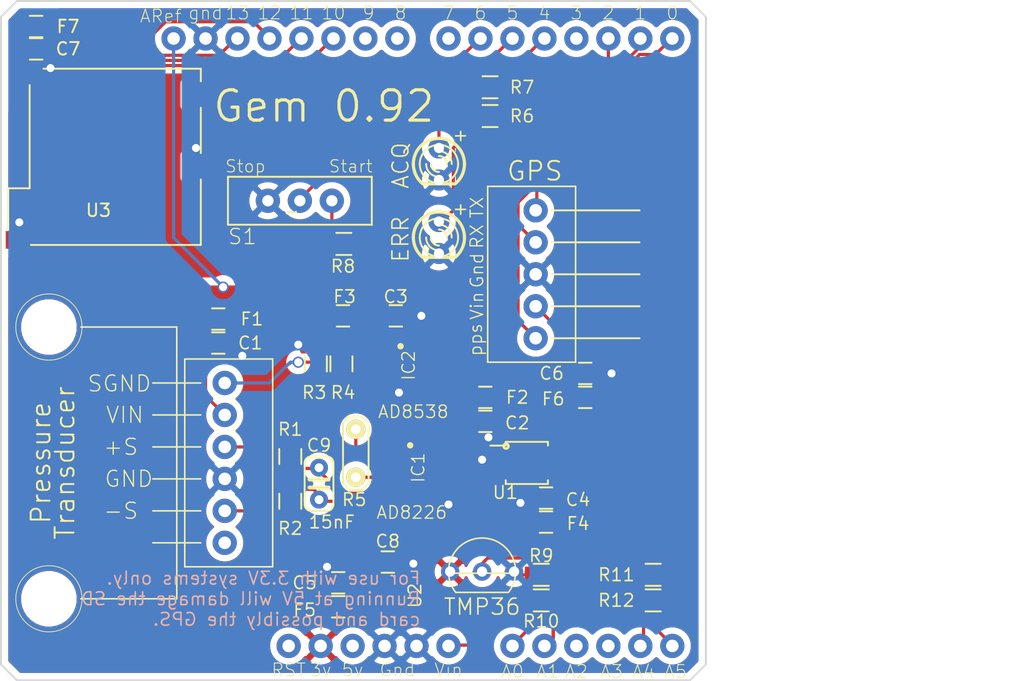
<source format=kicad_pcb>
(kicad_pcb (version 4) (host pcbnew 4.0.7-e2-6376~58~ubuntu16.04.1)
  (layers (0 Top signal) (31 Bottom signal) (34 B.Paste user) (35 F.Paste user) (36 B.SilkS user) (37 F.SilkS user) (38 B.Mask user) (39 F.Mask user) (44 Edge.Cuts user))
  (net 0 "")
  (net 1 +3V3)
  (net 2 /N$11)
  (net 3 /N$12)
  (net 4 /N$13)
  (net 5 /N$14)
  (net 6 /N$15)
  (net 7 /N$16)
  (net 8 /N$17)
  (net 9 /N$18)
  (net 10 /N$19)
  (net 11 /N$2)
  (net 12 /N$20)
  (net 13 /N$21)
  (net 14 /N$22)
  (net 15 /N$23)
  (net 16 /N$24)
  (net 17 /N$25)
  (net 18 /N$26)
  (net 19 /N$27)
  (net 20 /N$28)
  (net 21 /N$29)
  (net 22 /N$3)
  (net 23 /N$31)
  (net 24 /N$32)
  (net 25 /N$4)
  (net 26 /N$5)
  (net 27 /N$6)
  (net 28 /N$7)
  (net 29 /N$8)
  (net 30 /N$9)
  (net 31 GND)
  (net 32 VAA)
  (net 33 +BATT)
  (net 34 "Net-(C5-Pad2)")
  (net 35 +1V5)
  (net 36 "Net-(C4-Pad2)")
  (net 37 "Net-(C7-Pad2)")
  (module Gem:ALLSENSORS-A6AAF-CUTLEADS (layer Top) (at 6.35 36.703 270)
    (fp_text reference M1 hide)
    (fp_text value ALLSENSORS-A6AAF-CUTLEADS hide)
    (fp_text user Pressure (at 0 0.635 270) (layer F.SilkS) (effects (font (size 1.5 1.5))))
    (fp_text user Transducer (at 0 -1.27 270) (layer F.SilkS) (effects (font (size 1.5 1.5))))
    (fp_text user VIN (at -3.81 -6.0325 360) (layer F.SilkS) (effects (font (size 1.27 1.27) (thickness 0.1016))))
    (fp_text user SGND (at -6.3 -5.6 360) (layer F.SilkS) (effects (font (size 1.27 1.27) (thickness 0.1016))))
    (fp_text user +S (at -1.27 -5.715 360) (layer F.SilkS) (effects (font (size 1.27 1.27) (thickness 0.1016))))
    (fp_text user GND (at 1.27 -6.35 360) (layer F.SilkS) (effects (font (size 1.27 1.27) (thickness 0.1016))))
    (fp_text user -S (at 3.81 -5.715 360) (layer F.SilkS) (effects (font (size 1.27 1.27) (thickness 0.1016))))
    (pad "" np_thru_hole circle (at -10.795 0 270) (size 3.4 3.4) (drill 3.4) (layers *.Cu *.Mask))
    (pad 1 thru_hole circle (at -6.35 -13.97 270) (size 1.9304 1.9304) (drill 0.99822) (layers *.Cu *.Mask) (net 35 +1V5))
    (pad 6 thru_hole circle (at 6.35 -13.97 270) (size 1.9304 1.9304) (drill 0.99822) (layers *.Cu *.Mask))
    (pad GND thru_hole circle (at 1.27 -13.97 270) (size 1.9304 1.9304) (drill 0.99822) (layers *.Cu *.Mask) (net 31 GND))
    (pad S+ thru_hole circle (at -1.27 -13.97 270) (size 1.9304 1.9304) (drill 0.99822) (layers *.Cu *.Mask) (net 28 /N$7))
    (pad S- thru_hole circle (at 3.81 -13.97 270) (size 1.9304 1.9304) (drill 0.99822) (layers *.Cu *.Mask) (net 22 /N$3))
    (pad VIN thru_hole circle (at -3.81 -13.97 270) (size 1.9304 1.9304) (drill 0.99822) (layers *.Cu *.Mask) (net 24 /N$32))
    (pad "" np_thru_hole circle (at 10.795 0 270) (size 3.4 3.4) (drill 3.4) (layers *.Cu *.Mask))
  )
  (module Gem:ARDUINO-NOHOLE-DIM_ON_BDOCU_ONLY (layer Top) (at 57.15 1.7145)
    (fp_text reference M2 hide)
    (fp_text value Board hide)
    (fp_text user RST (at -31.75 51.435) (layer F.SilkS) (effects (font (size 1.016 1.016) (thickness 0.0762))))
    (fp_text user 3v (at -29.21 51.435) (layer F.SilkS) (effects (font (size 1.016 1.016) (thickness 0.0762))))
    (fp_text user 5v (at -26.67 51.435) (layer F.SilkS) (effects (font (size 1.016 1.016) (thickness 0.0762))))
    (fp_text user Gnd (at -23.114 51.435) (layer F.SilkS) (effects (font (size 1.016 1.016) (thickness 0.0762))))
    (fp_text user Vin (at -19.05 51.435) (layer F.SilkS) (effects (font (size 1.016 1.016) (thickness 0.0762))))
    (fp_text user A0 (at -13.97 51.562) (layer F.SilkS) (effects (font (size 1.016 1.016) (thickness 0.0762))))
    (fp_text user A1 (at -11.176 51.562) (layer F.SilkS) (effects (font (size 1.016 1.016) (thickness 0.0762))))
    (fp_text user A2 (at -8.89 51.562) (layer F.SilkS) (effects (font (size 1.016 1.016) (thickness 0.0762))))
    (fp_text user A3 (at -6.096 51.562) (layer F.SilkS) (effects (font (size 1.016 1.016) (thickness 0.0762))))
    (fp_text user A4 (at -3.556 51.562) (layer F.SilkS) (effects (font (size 1.016 1.016) (thickness 0.0762))))
    (fp_text user A5 (at -1.016 51.562) (layer F.SilkS) (effects (font (size 1.016 1.016) (thickness 0.0762))))
    (fp_text user ARef (at -41.91 -0.508 180) (layer F.SilkS) (effects (font (size 1.016 1.016) (thickness 0.0762))))
    (fp_text user gnd (at -38.354 -0.762 180) (layer F.SilkS) (effects (font (size 1.016 1.016) (thickness 0.0762))))
    (fp_text user 13 (at -35.814 -0.762 180) (layer F.SilkS) (effects (font (size 1.016 1.016) (thickness 0.0762))))
    (fp_text user 12 (at -33.274 -0.762 180) (layer F.SilkS) (effects (font (size 1.016 1.016) (thickness 0.0762))))
    (fp_text user 11 (at -30.734 -0.762 180) (layer F.SilkS) (effects (font (size 1.016 1.016) (thickness 0.0762))))
    (fp_text user 10 (at -28.194 -0.762 180) (layer F.SilkS) (effects (font (size 1.016 1.016) (thickness 0.0762))))
    (fp_text user 9 (at -25.4 -0.762 180) (layer F.SilkS) (effects (font (size 1.016 1.016) (thickness 0.0762))))
    (fp_text user 8 (at -22.86 -0.762 180) (layer F.SilkS) (effects (font (size 1.016 1.016) (thickness 0.0762))))
    (fp_text user 7 (at -19.05 -0.762 180) (layer F.SilkS) (effects (font (size 1.016 1.016) (thickness 0.0762))))
    (fp_text user 6 (at -16.51 -0.762 180) (layer F.SilkS) (effects (font (size 1.016 1.016) (thickness 0.0762))))
    (fp_text user 5 (at -13.97 -0.762 180) (layer F.SilkS) (effects (font (size 1.016 1.016) (thickness 0.0762))))
    (fp_text user 4 (at -11.43 -0.762 180) (layer F.SilkS) (effects (font (size 1.016 1.016) (thickness 0.0762))))
    (fp_text user 3 (at -8.89 -0.762 180) (layer F.SilkS) (effects (font (size 1.016 1.016) (thickness 0.0762))))
    (fp_text user 2 (at -6.35 -0.762 180) (layer F.SilkS) (effects (font (size 1.016 1.016) (thickness 0.0762))))
    (fp_text user 1 (at -3.81 -0.762 180) (layer F.SilkS) (effects (font (size 1.016 1.016) (thickness 0.0762))))
    (fp_text user 0 (at -1.27 -0.762 180) (layer F.SilkS) (effects (font (size 1.016 1.016) (thickness 0.0762))))
    (pad 3V thru_hole circle (at -29.21 49.53) (size 1.9304 1.9304) (drill 0.99822) (layers *.Cu *.Mask) (net 1 +3V3))
    (pad 5V thru_hole circle (at -26.67 49.53) (size 1.9304 1.9304) (drill 0.99822) (layers *.Cu *.Mask))
    (pad A0 thru_hole circle (at -13.97 49.53) (size 1.9304 1.9304) (drill 0.99822) (layers *.Cu *.Mask) (net 17 /N$25))
    (pad A1 thru_hole circle (at -11.43 49.53) (size 1.9304 1.9304) (drill 0.99822) (layers *.Cu *.Mask) (net 19 /N$27))
    (pad A2 thru_hole circle (at -8.89 49.53) (size 1.9304 1.9304) (drill 0.99822) (layers *.Cu *.Mask))
    (pad A3 thru_hole circle (at -6.35 49.53) (size 1.9304 1.9304) (drill 0.99822) (layers *.Cu *.Mask))
    (pad A4 thru_hole circle (at -3.81 49.53) (size 1.9304 1.9304) (drill 0.99822) (layers *.Cu *.Mask) (net 12 /N$20))
    (pad A5 thru_hole circle (at -1.27 49.53) (size 1.9304 1.9304) (drill 0.99822) (layers *.Cu *.Mask) (net 16 /N$24))
    (pad AREF thru_hole circle (at -40.894 1.27) (size 1.9304 1.9304) (drill 0.99822) (layers *.Cu *.Mask) (net 32 VAA))
    (pad D0 thru_hole circle (at -1.27 1.27) (size 1.9304 1.9304) (drill 0.99822) (layers *.Cu *.Mask) (net 7 /N$16))
    (pad D1 thru_hole circle (at -3.81 1.27) (size 1.9304 1.9304) (drill 0.99822) (layers *.Cu *.Mask) (net 6 /N$15))
    (pad D2 thru_hole circle (at -6.35 1.27) (size 1.9304 1.9304) (drill 0.99822) (layers *.Cu *.Mask) (net 9 /N$18))
    (pad D3 thru_hole circle (at -8.89 1.27) (size 1.9304 1.9304) (drill 0.99822) (layers *.Cu *.Mask))
    (pad D4 thru_hole circle (at -11.43 1.27) (size 1.9304 1.9304) (drill 0.99822) (layers *.Cu *.Mask) (net 13 /N$21))
    (pad D5 thru_hole circle (at -13.97 1.27) (size 1.9304 1.9304) (drill 0.99822) (layers *.Cu *.Mask) (net 8 /N$17))
    (pad D6 thru_hole circle (at -16.51 1.27) (size 1.9304 1.9304) (drill 0.99822) (layers *.Cu *.Mask) (net 10 /N$19))
    (pad D7 thru_hole circle (at -19.05 1.27) (size 1.9304 1.9304) (drill 0.99822) (layers *.Cu *.Mask))
    (pad D8 thru_hole circle (at -23.114 1.27) (size 1.9304 1.9304) (drill 0.99822) (layers *.Cu *.Mask))
    (pad D9 thru_hole circle (at -25.654 1.27) (size 1.9304 1.9304) (drill 0.99822) (layers *.Cu *.Mask))
    (pad D10 thru_hole circle (at -28.194 1.27) (size 1.9304 1.9304) (drill 0.99822) (layers *.Cu *.Mask) (net 2 /N$11))
    (pad D11 thru_hole circle (at -30.734 1.27) (size 1.9304 1.9304) (drill 0.99822) (layers *.Cu *.Mask) (net 3 /N$12))
    (pad D12 thru_hole circle (at -33.274 1.27) (size 1.9304 1.9304) (drill 0.99822) (layers *.Cu *.Mask) (net 4 /N$13))
    (pad D13 thru_hole circle (at -35.81654 1.27) (size 1.9304 1.9304) (drill 0.99822) (layers *.Cu *.Mask) (net 5 /N$14))
    (pad GND thru_hole circle (at -38.354 1.27) (size 1.9304 1.9304) (drill 0.99822) (layers *.Cu *.Mask) (net 31 GND))
    (pad GND1 thru_hole circle (at -21.59 49.53) (size 1.9304 1.9304) (drill 0.99822) (layers *.Cu *.Mask) (net 31 GND))
    (pad GND2 thru_hole circle (at -24.13 49.53) (size 1.9304 1.9304) (drill 0.99822) (layers *.Cu *.Mask) (net 31 GND))
    (pad RESE thru_hole circle (at -31.75 49.53) (size 1.9304 1.9304) (drill 0.99822) (layers *.Cu *.Mask))
    (pad VIN thru_hole circle (at -19.05 49.53) (size 1.9304 1.9304) (drill 0.99822) (layers *.Cu *.Mask) (net 33 +BATT))
  )
  (module Gem:EG1218 (layer Top) (at 26.289 15.875 180)
    (fp_text reference S1 (at 5.7785 -3.556 360) (layer F.SilkS) (effects (font (size 1.2065 1.2065) (thickness 0.09652)) (justify left bottom)))
    (fp_text value ~ (at 0 0 180) (layer F.SilkS) (effects (justify right top)))
    (pad P thru_hole circle (at 0 0 180) (size 1.9304 1.9304) (drill 0.9) (layers *.Cu *.Mask) (net 10 /N$19))
    (pad O thru_hole circle (at -2.54 0 180) (size 1.9304 1.9304) (drill 0.9) (layers *.Cu *.Mask) (net 18 /N$26))
    (pad S thru_hole circle (at 2.54 0 180) (size 1.9304 1.9304) (drill 0.9) (layers *.Cu *.Mask) (net 31 GND))
  )
  (module Gem:ADAFRUIT-ULTIMATE-GPS-MOD (layer Top) (at 58.3565 21.717)
    (fp_text reference M6 hide)
    (fp_text value ADAFRUIT-GPS hide)
    (fp_text user GPS (at -13.4 -8.2 180) (layer F.SilkS) (effects (font (size 1.5 1.5))))
    (fp_text user pps (at -18.1 5.2 90) (layer F.SilkS) (effects (font (thickness 0.1016))))
    (fp_text user Vin (at -18 2.5 90) (layer F.SilkS) (effects (font (thickness 0.1016))))
    (fp_text user Gnd (at -18 -0.3 90) (layer F.SilkS) (effects (font (thickness 0.1016))))
    (fp_text user RX (at -18 -3 90) (layer F.SilkS) (effects (font (thickness 0.1016))))
    (fp_text user TX (at -18 -5.3 90) (layer F.SilkS) (effects (font (thickness 0.1016))))
    (pad P$GN thru_hole circle (at -13.335 0) (size 1.9304 1.9304) (drill 0.99822) (layers *.Cu *.Mask) (net 31 GND))
    (pad P$PP thru_hole circle (at -13.335 5.08) (size 1.9304 1.9304) (drill 0.99822) (layers *.Cu *.Mask) (net 9 /N$18))
    (pad P$RX thru_hole circle (at -13.335 -2.54) (size 1.9304 1.9304) (drill 0.99822) (layers *.Cu *.Mask) (net 6 /N$15))
    (pad P$TX thru_hole circle (at -13.335 -5.08) (size 1.9304 1.9304) (drill 0.99822) (layers *.Cu *.Mask) (net 7 /N$16))
    (pad P$VI thru_hole circle (at -13.335 2.54) (size 1.9304 1.9304) (drill 0.99822) (layers *.Cu *.Mask) (net 20 /N$28))
  )
  (module Gem:SO8 (layer Top) (at 35.687 37.211 270)
    (fp_text reference IC1 (at -0.127 0 450) (layer F.SilkS) (effects (font (size 0.9906 0.9906) (thickness 0.1016))))
    (fp_text value AD8226 (at 3.429 0.508 360) (layer F.SilkS) (effects (font (size 0.9906 0.9906) (thickness 0.1016))))
    (pad 1 smd rect (at -1.905 2.59842 270) (size 0.59944 2.19964) (layers Top F.Paste F.Mask) (net 30 /N$9))
    (pad 2 smd rect (at -0.635 2.59842 270) (size 0.59944 2.19964) (layers Top F.Paste F.Mask) (net 27 /N$6))
    (pad 3 smd rect (at 0.63246 2.59842 270) (size 0.59944 2.19964) (layers Top F.Paste F.Mask) (net 26 /N$5))
    (pad 4 smd rect (at 1.90246 2.59842 270) (size 0.59944 2.19964) (layers Top F.Paste F.Mask) (net 25 /N$4))
    (pad 5 smd rect (at 1.90246 -2.59842 270) (size 0.59944 2.19964) (layers Top F.Paste F.Mask) (net 31 GND))
    (pad 6 smd rect (at 0.63246 -2.59842 270) (size 0.59944 2.19964) (layers Top F.Paste F.Mask) (net 35 +1V5))
    (pad 7 smd rect (at -0.635 -2.59842 270) (size 0.59944 2.19964) (layers Top F.Paste F.Mask) (net 11 /N$2))
    (pad 8 smd rect (at -1.905 -2.59842 270) (size 0.59944 2.19964) (layers Top F.Paste F.Mask) (net 23 /N$31))
  )
  (module Gem:SO8 (layer Top) (at 34.925 29.337 270)
    (fp_text reference IC2 (at -0.381 0 450) (layer F.SilkS) (effects (font (size 0.9906 0.9906) (thickness 0.1016))))
    (fp_text value AD8538 (at 3.302 -0.381 360) (layer F.SilkS) (effects (font (size 0.9906 0.9906) (thickness 0.1016))))
    (pad 1 smd rect (at -1.905 2.59842 270) (size 0.59944 2.19964) (layers Top F.Paste F.Mask))
    (pad 2 smd rect (at -0.635 2.59842 270) (size 0.59944 2.19964) (layers Top F.Paste F.Mask) (net 35 +1V5))
    (pad 3 smd rect (at 0.63246 2.59842 270) (size 0.59944 2.19964) (layers Top F.Paste F.Mask) (net 29 /N$8))
    (pad 4 smd rect (at 1.90246 2.59842 270) (size 0.59944 2.19964) (layers Top F.Paste F.Mask) (net 31 GND))
    (pad 5 smd rect (at 1.90246 -2.59842 270) (size 0.59944 2.19964) (layers Top F.Paste F.Mask))
    (pad 6 smd rect (at 0.63246 -2.59842 270) (size 0.59944 2.19964) (layers Top F.Paste F.Mask) (net 35 +1V5))
    (pad 7 smd rect (at -0.635 -2.59842 270) (size 0.59944 2.19964) (layers Top F.Paste F.Mask) (net 21 /N$29))
    (pad 8 smd rect (at -1.905 -2.59842 270) (size 0.59944 2.19964) (layers Top F.Paste F.Mask))
  )
  (module Capacitors_SMD:C_0805 (layer Top) (at 5.334 2.032)
    (fp_text reference F7 (at 2.54 0) (layer F.SilkS))
    (fp_text value FB hide)
    (pad 1 smd rect (at -1 0) (size 1 1.25) (layers Top F.Paste F.Mask) (net 37 "Net-(C7-Pad2)"))
    (pad 2 smd rect (at 1 0) (size 1 1.25) (layers Top F.Paste F.Mask) (net 1 +3V3))
  )
  (module Capacitors_SMD:C_0805 (layer Top) (at 48.9585 31.496 180)
    (fp_text reference F6 (at 2.54 -0.127 180) (layer F.SilkS) (effects (font (thickness 0.127))))
    (fp_text value FB hide)
    (pad 1 smd rect (at -1 0 180) (size 1 1.25) (layers Top F.Paste F.Mask) (net 1 +3V3))
    (pad 2 smd rect (at 1 0 180) (size 1 1.25) (layers Top F.Paste F.Mask) (net 20 /N$28))
  )
  (module Capacitors_SMD:C_0805 (layer Top) (at 29.337 48.133)
    (fp_text reference F5 (at -2.667 0.254) (layer F.SilkS) (effects (font (thickness 0.127))))
    (fp_text value FB hide)
    (pad 1 smd rect (at -1 0) (size 1 1.25) (layers Top F.Paste F.Mask) (net 1 +3V3))
    (pad 2 smd rect (at 1 0) (size 1 1.25) (layers Top F.Paste F.Mask) (net 34 "Net-(C5-Pad2)"))
  )
  (module Capacitors_SMD:C_0805 (layer Top) (at 45.847 41.402)
    (fp_text reference F4 (at 2.54 0.127) (layer F.SilkS) (effects (font (thickness 0.127))))
    (fp_text value FB hide)
    (pad 1 smd rect (at -1 0) (size 1 1.25) (layers Top F.Paste F.Mask) (net 32 VAA))
    (pad 2 smd rect (at 1 0) (size 1 1.25) (layers Top F.Paste F.Mask) (net 36 "Net-(C4-Pad2)"))
  )
  (module Capacitors_SMD:C_0805 (layer Top) (at 29.718 25.019)
    (fp_text reference F3 (at 0.127 -1.524) (layer F.SilkS) (effects (font (thickness 0.127))))
    (fp_text value FB hide)
    (pad 1 smd rect (at -1 0) (size 1 1.25) (layers Top F.Paste F.Mask) (net 32 VAA))
    (pad 2 smd rect (at 1 0) (size 1 1.25) (layers Top F.Paste F.Mask) (net 21 /N$29))
  )
  (module Capacitors_SMD:C_0805 (layer Top) (at 41.021 31.496)
    (fp_text reference F2 (at 2.54 0) (layer F.SilkS) (effects (font (thickness 0.127))))
    (fp_text value FB hide)
    (pad 1 smd rect (at -1 0) (size 1 1.25) (layers Top F.Paste F.Mask) (net 23 /N$31))
    (pad 2 smd rect (at 1 0) (size 1 1.25) (layers Top F.Paste F.Mask) (net 32 VAA))
  )
  (module Capacitors_SMD:C_0805 (layer Top) (at 19.812 25.273)
    (fp_text reference F1 (at 2.667 0) (layer F.SilkS) (effects (font (thickness 0.127))))
    (fp_text value FB hide)
    (pad 1 smd rect (at -1 0) (size 1 1.25) (layers Top F.Paste F.Mask) (net 24 /N$32))
    (pad 2 smd rect (at 1 0) (size 1 1.25) (layers Top F.Paste F.Mask) (net 32 VAA))
  )
  (module Capacitors_SMD:C_0805 (layer Top) (at 33.274 44.577)
    (fp_text reference C8 (at 0 -1.651) (layer F.SilkS) (effects (font (thickness 0.127))))
    (fp_text value "22 uF" hide)
    (pad 1 smd rect (at -1 0) (size 1 1.25) (layers Top F.Paste F.Mask) (net 32 VAA))
    (pad 2 smd rect (at 1 0) (size 1 1.25) (layers Top F.Paste F.Mask) (net 31 GND))
  )
  (module Capacitors_SMD:C_0805 (layer Top) (at 29.337 46.228)
    (fp_text reference C5 (at -2.667 0) (layer F.SilkS) (effects (font (thickness 0.127))))
    (fp_text value 0.1uF hide)
    (pad 1 smd rect (at -1 0) (size 1 1.25) (layers Top F.Paste F.Mask) (net 31 GND))
    (pad 2 smd rect (at 1 0) (size 1 1.25) (layers Top F.Paste F.Mask) (net 34 "Net-(C5-Pad2)"))
  )
  (module Capacitors_SMD:C_0805 (layer Top) (at 45.847 39.497)
    (fp_text reference C4 (at 2.54 0.127) (layer F.SilkS) (effects (font (thickness 0.127))))
    (fp_text value 0.1uF hide)
    (pad 1 smd rect (at -1 0) (size 1 1.25) (layers Top F.Paste F.Mask) (net 31 GND))
    (pad 2 smd rect (at 1 0) (size 1 1.25) (layers Top F.Paste F.Mask) (net 36 "Net-(C4-Pad2)"))
  )
  (module Capacitors_SMD:C_0805 (layer Top) (at 33.909 25.019)
    (fp_text reference C3 (at 0 -1.524) (layer F.SilkS) (effects (font (thickness 0.127))))
    (fp_text value 0.1uF hide)
    (pad 1 smd rect (at -1 0) (size 1 1.25) (layers Top F.Paste F.Mask) (net 21 /N$29))
    (pad 2 smd rect (at 1 0) (size 1 1.25) (layers Top F.Paste F.Mask) (net 31 GND))
  )
  (module Capacitors_SMD:C_0805 (layer Top) (at 41.021 33.401)
    (fp_text reference C2 (at 2.54 0.127) (layer F.SilkS) (effects (font (thickness 0.127))))
    (fp_text value 0.1uF hide)
    (pad 1 smd rect (at -1 0) (size 1 1.25) (layers Top F.Paste F.Mask) (net 23 /N$31))
    (pad 2 smd rect (at 1 0) (size 1 1.25) (layers Top F.Paste F.Mask) (net 31 GND))
  )
  (module Capacitors_SMD:C_0805 (layer Top) (at 48.9585 29.591 180)
    (fp_text reference C6 (at 2.667 0 180) (layer F.SilkS) (effects (font (thickness 0.127))))
    (fp_text value 0.1uF hide)
    (pad 1 smd rect (at -1 0 180) (size 1 1.25) (layers Top F.Paste F.Mask) (net 31 GND))
    (pad 2 smd rect (at 1 0 180) (size 1 1.25) (layers Top F.Paste F.Mask) (net 20 /N$28))
  )
  (module Resistors_SMD:R_0805 (layer Top) (at 54.356 47.625)
    (fp_text reference R12 (at -2.921 0) (layer F.SilkS) (effects (font (thickness 0.127))))
    (fp_text value 2.2k hide)
    (pad 1 smd rect (at -0.95 0) (size 0.7 1.3) (layers Top F.Paste F.Mask) (net 12 /N$20))
    (pad 2 smd rect (at 0.95 0) (size 0.7 1.3) (layers Top F.Paste F.Mask) (net 1 +3V3))
  )
  (module Resistors_SMD:R_0805 (layer Top) (at 54.356 45.593 180)
    (fp_text reference R11 (at 2.921 0 180) (layer F.SilkS) (effects (font (thickness 0.127))))
    (fp_text value 2.2k hide)
    (pad 1 smd rect (at -0.95 0 180) (size 0.7 1.3) (layers Top F.Paste F.Mask) (net 1 +3V3))
    (pad 2 smd rect (at 0.95 0 180) (size 0.7 1.3) (layers Top F.Paste F.Mask) (net 16 /N$24))
  )
  (module Resistors_SMD:R_0805 (layer Top) (at 45.466 47.625)
    (fp_text reference R10 (at 0 1.651) (layer F.SilkS) (effects (font (thickness 0.127))))
    (fp_text value 100k hide)
    (pad 1 smd rect (at -0.95 0) (size 0.7 1.3) (layers Top F.Paste F.Mask) (net 33 +BATT))
    (pad 2 smd rect (at 0.95 0) (size 0.7 1.3) (layers Top F.Paste F.Mask) (net 19 /N$27))
  )
  (module Resistors_SMD:R_0805 (layer Top) (at 45.466 45.593 180)
    (fp_text reference R9 (at 0 1.524 180) (layer F.SilkS) (effects (font (thickness 0.127))))
    (fp_text value 22k hide)
    (pad 1 smd rect (at -0.95 0 180) (size 0.7 1.3) (layers Top F.Paste F.Mask) (net 19 /N$27))
    (pad 2 smd rect (at 0.95 0 180) (size 0.7 1.3) (layers Top F.Paste F.Mask) (net 31 GND))
  )
  (module Resistors_SMD:R_0805 (layer Top) (at 29.7815 19.304)
    (fp_text reference R8 (at -0.0635 1.778) (layer F.SilkS) (effects (font (thickness 0.127))))
    (fp_text value 470 hide)
    (pad 1 smd rect (at -0.95 0) (size 0.7 1.3) (layers Top F.Paste F.Mask) (net 18 /N$26))
    (pad 2 smd rect (at 0.95 0) (size 0.7 1.3) (layers Top F.Paste F.Mask) (net 1 +3V3))
  )
  (module Resistors_SMD:R_0805 (layer Top) (at 41.402 6.858 180)
    (fp_text reference R7 (at -2.54 0 180) (layer F.SilkS) (effects (font (thickness 0.127))))
    (fp_text value 470 hide)
    (pad 1 smd rect (at -0.95 0 180) (size 0.7 1.3) (layers Top F.Paste F.Mask) (net 13 /N$21))
    (pad 2 smd rect (at 0.95 0 180) (size 0.7 1.3) (layers Top F.Paste F.Mask) (net 15 /N$23))
  )
  (module Resistors_SMD:R_0805 (layer Top) (at 41.402 9.144)
    (fp_text reference R6 (at 2.54 0) (layer F.SilkS) (effects (font (thickness 0.127))))
    (fp_text value 470 hide)
    (pad 1 smd rect (at -0.95 0) (size 0.7 1.3) (layers Top F.Paste F.Mask) (net 8 /N$17))
    (pad 2 smd rect (at 0.95 0) (size 0.7 1.3) (layers Top F.Paste F.Mask) (net 14 /N$22))
  )
  (module Resistors_SMD:R_0805 (layer Top) (at 29.591 28.829 90)
    (fp_text reference R4 (at -2.286 0.127 180) (layer F.SilkS) (effects (font (thickness 0.127))))
    (fp_text value 47k hide)
    (pad 1 smd rect (at -0.95 0 90) (size 0.7 1.3) (layers Top F.Paste F.Mask) (net 29 /N$8))
    (pad 2 smd rect (at 0.95 0 90) (size 0.7 1.3) (layers Top F.Paste F.Mask) (net 21 /N$29))
  )
  (module Resistors_SMD:R_0805 (layer Top) (at 25.527 39.751 90)
    (fp_text reference R2 (at -2.159 0 180) (layer F.SilkS) (effects (font (thickness 0.127))))
    (fp_text value 47k hide)
    (pad 1 smd rect (at -0.95 0 90) (size 0.7 1.3) (layers Top F.Paste F.Mask) (net 22 /N$3))
    (pad 2 smd rect (at 0.95 0 90) (size 0.7 1.3) (layers Top F.Paste F.Mask) (net 30 /N$9))
  )
  (module Resistors_SMD:R_0805 (layer Top) (at 25.527 36.195 270)
    (fp_text reference R1 (at -2.159 0 360) (layer F.SilkS) (effects (font (thickness 0.127))))
    (fp_text value 47k hide)
    (pad 1 smd rect (at -0.95 0 270) (size 0.7 1.3) (layers Top F.Paste F.Mask) (net 28 /N$7))
    (pad 2 smd rect (at 0.95 0 270) (size 0.7 1.3) (layers Top F.Paste F.Mask) (net 25 /N$4))
  )
  (module Housings_SSOP:MSOP-10_3x3mm_Pitch0.5mm (layer Top) (at 44.323 36.703)
    (fp_text reference U1 (at -1.7145 2.3495) (layer F.SilkS) (effects (font (thickness 0.127))))
    (fp_text value ADS1115 hide)
    (pad 1 smd rect (at -2.2 -1) (size 1.4 0.3) (layers Top F.Paste F.Mask))
    (pad 2 smd rect (at -2.2 -0.5) (size 1.4 0.3) (layers Top F.Paste F.Mask))
    (pad 3 smd rect (at -2.2 0) (size 1.4 0.3) (layers Top F.Paste F.Mask) (net 31 GND))
    (pad 4 smd rect (at -2.2 0.5) (size 1.4 0.3) (layers Top F.Paste F.Mask) (net 11 /N$2))
    (pad 5 smd rect (at -2.2 1) (size 1.4 0.3) (layers Top F.Paste F.Mask) (net 35 +1V5))
    (pad 6 smd rect (at 2.2 1) (size 1.4 0.3) (layers Top F.Paste F.Mask))
    (pad 7 smd rect (at 2.2 0.5) (size 1.4 0.3) (layers Top F.Paste F.Mask))
    (pad 8 smd rect (at 2.2 0) (size 1.4 0.3) (layers Top F.Paste F.Mask) (net 36 "Net-(C4-Pad2)"))
    (pad 9 smd rect (at 2.2 -0.5) (size 1.4 0.3) (layers Top F.Paste F.Mask) (net 12 /N$20))
    (pad 10 smd rect (at 2.2 -1) (size 1.4 0.3) (layers Top F.Paste F.Mask) (net 16 /N$24))
  )
  (module Gem:SC-74A (layer Top) (at 33.147 47.371)
    (fp_text reference U2 (at 2.286 -0.127 90) (layer F.SilkS) (effects (font (thickness 0.127))))
    (fp_text value TCR2EF hide)
    (pad 5 smd rect (at -0.95 -1.1) (size 0.4 0.6) (layers Top F.Paste F.Mask) (net 32 VAA))
    (pad 4 smd rect (at 0.95 -1.1) (size 0.4 0.6) (layers Top F.Paste F.Mask))
    (pad 3 smd rect (at 0.95 1.1) (size 0.4 0.6) (layers Top F.Paste F.Mask) (net 1 +3V3))
    (pad 2 smd rect (at 0 1.1) (size 0.4 0.6) (layers Top F.Paste F.Mask) (net 31 GND))
    (pad 1 smd rect (at -0.95 1.1) (size 0.4 0.6) (layers Top F.Paste F.Mask) (net 34 "Net-(C5-Pad2)"))
  )
  (module Gem:LED3MM (layer Top) (at 37.338 18.796 270)
    (fp_text reference red1 hide)
    (fp_text value ERR (at 0.127 3.048 450) (layer F.SilkS) (effects (font (size 1.27 1.27) (thickness 0.127))))
    (pad A thru_hole circle (at -1.27 0 270) (size 1.6764 1.6764) (drill 0.8128) (layers *.Cu *.Mask) (net 14 /N$22))
    (pad K thru_hole circle (at 1.27 0 270) (size 1.6764 1.6764) (drill 0.8128) (layers *.Cu *.Mask) (net 31 GND))
  )
  (module Gem:LED3MM (layer Top) (at 37.338 12.954 270)
    (fp_text reference blue1 hide)
    (fp_text value ACQ (at 0.127 3.048 450) (layer F.SilkS) (effects (font (size 1.27 1.27) (thickness 0.127))))
    (pad A thru_hole circle (at -1.27 0 270) (size 1.6764 1.6764) (drill 0.8128) (layers *.Cu *.Mask) (net 15 /N$23))
    (pad K thru_hole circle (at 1.27 0 270) (size 1.6764 1.6764) (drill 0.8128) (layers *.Cu *.Mask) (net 31 GND))
  )
  (module Gem:Micro-SD (layer Top) (at 2.921 19.685 90)
    (fp_text reference U3 (at 3.048 7.366 180) (layer F.SilkS))
    (fp_text value Micro-SD hide)
    (pad 6 smd rect (at 13.85 1.95 90) (size 1.4 1.9) (layers Top F.Paste F.Mask) (net 31 GND))
    (pad 8 smd rect (at 13.06 4.8 90) (size 0.8 1.5) (layers Top F.Paste F.Mask))
    (pad 7 smd rect (at 11.96 4.8 90) (size 0.8 1.5) (layers Top F.Paste F.Mask) (net 4 /N$13))
    (pad 6 smd rect (at 10.86 4.6 90) (size 0.8 1.5) (layers Top F.Paste F.Mask) (net 31 GND))
    (pad 5 smd rect (at 9.76 4.8 90) (size 0.8 1.5) (layers Top F.Paste F.Mask) (net 5 /N$14))
    (pad 4 smd rect (at 8.66 4.6 90) (size 0.8 1.5) (layers Top F.Paste F.Mask) (net 37 "Net-(C7-Pad2)"))
    (pad 3 smd rect (at 7.56 4.8 90) (size 0.8 1.5) (layers Top F.Paste F.Mask) (net 3 /N$12))
    (pad 2 smd rect (at 6.46 5.2 90) (size 0.8 1.5) (layers Top F.Paste F.Mask) (net 2 /N$11))
    (pad 1 smd rect (at 5.36 4.8 90) (size 0.8 1.5) (layers Top F.Paste F.Mask))
    (pad 6 smd rect (at 0.7 0.95 90) (size 1.4 1.9) (layers Top F.Paste F.Mask) (net 31 GND))
    (pad 9 smd rect (at 12.25 15.1 90) (size 1.8 1.4) (layers Top F.Paste F.Mask))
    (pad 6 smd rect (at 6.55 15.1 90) (size 1.8 1.4) (layers Top F.Paste F.Mask) (net 31 GND))
  )
  (module Gem:TO92-EBC-OVAL (layer Top) (at 40.767 44.069)
    (fp_text reference TMP36 (at 0 4.064) (layer F.SilkS) (effects (font (size 1.27 1.27) (thickness 0.127))))
    (fp_text value TMP36 hide)
    (pad B thru_hole circle (at 0 1.27 180) (size 1.45 1.45) (drill 0.8128) (layers *.Cu *.Mask) (net 17 /N$25))
    (pad C thru_hole circle (at 2.54 1.27 180) (size 1.45 1.45) (drill 0.8128) (layers *.Cu *.Mask) (net 31 GND))
    (pad E thru_hole circle (at -2.54 1.27 180) (size 1.45 1.45) (drill 0.8128) (layers *.Cu *.Mask) (net 32 VAA))
  )
  (module Capacitors_SMD:C_0805 (layer Top) (at 19.812 27.178)
    (fp_text reference C1 (at 2.54 0) (layer F.SilkS) (effects (font (thickness 0.127))))
    (fp_text value 0.1uF hide)
    (pad 1 smd rect (at -1 0) (size 1 1.25) (layers Top F.Paste F.Mask) (net 24 /N$32))
    (pad 2 smd rect (at 1 0) (size 1 1.25) (layers Top F.Paste F.Mask) (net 31 GND))
  )
  (module Capacitors_SMD:C_0805 (layer Top) (at 5.334 3.81 180)
    (fp_text reference C7 (at -2.54 0 180) (layer F.SilkS))
    (fp_text value 0.1uF hide)
    (pad 1 smd rect (at -1 0 180) (size 1 1.25) (layers Top F.Paste F.Mask) (net 31 GND))
    (pad 2 smd rect (at 1 0 180) (size 1 1.25) (layers Top F.Paste F.Mask) (net 37 "Net-(C7-Pad2)"))
  )
  (module Gem:C025-024X044 (layer Top) (at 27.813 38.354 90)
    (fp_text reference C9 (at 3.048 0 180) (layer F.SilkS) (effects (font (thickness 0.127))))
    (fp_text value 15nF (at -3.048 1.016 360) (layer F.SilkS) (effects (font (thickness 0.127))))
    (pad 1 thru_hole circle (at -1.27 0 90) (size 1.4224 1.4224) (drill 0.7) (layers *.Cu *.Mask) (net 30 /N$9))
    (pad 2 thru_hole circle (at 1.27 0 90) (size 1.4224 1.4224) (drill 0.7) (layers *.Cu *.Mask) (net 25 /N$4))
  )
  (module Resistors_SMD:R_0805 (layer Top) (at 27.559 28.829 270)
    (fp_text reference R3 (at 2.286 0.127 360) (layer F.SilkS) (effects (font (thickness 0.127))))
    (fp_text value 47k hide)
    (pad 1 smd rect (at -0.95 0 270) (size 0.7 1.3) (layers Top F.Paste F.Mask) (net 31 GND))
    (pad 2 smd rect (at 0.95 0 270) (size 0.7 1.3) (layers Top F.Paste F.Mask) (net 29 /N$8))
  )
  (module Gem:R-TH-VERT (layer Top) (at 30.734 34.036 90)
    (fp_text reference R5 (at -5.588 -0.127 180) (layer F.SilkS) (effects (font (thickness 0.127))))
    (fp_text value 2.2k hide)
    (pad 1 thru_hole circle (at -3.81 0 90) (size 1.524 1.524) (drill 0.762) (layers *.Cu *.Mask F.SilkS) (net 26 /N$5))
    (pad 2 thru_hole circle (at 0 0 90) (size 1.524 1.524) (drill 0.762) (layers *.Cu *.Mask F.SilkS) (net 27 /N$6))
  )
  (gr_circle (center 42.672 35.3695) (end 42.7355 35.433) (layer F.SilkS) (width 0.2))
  (gr_text "For use with 3.3V systems only.\nRunning at 5V will damage the SD \ncard and possibly the GPS." (at 35.941 47.498) (layer B.SilkS) (effects (font (size 1.016 1.016) (thickness 0.127)) (justify left mirror)))
  (gr_line (start 57.277 53.975) (end 3.81 53.975) (angle 90) (layer Edge.Cuts) (width 0.15))
  (gr_line (start 58.547 1.27) (end 58.547 52.705) (angle 90) (layer Edge.Cuts) (width 0.15))
  (gr_line (start 3.81 0) (end 57.277 0) (angle 90) (layer Edge.Cuts) (width 0.15))
  (gr_line (start 2.54 52.705) (end 2.54 1.27) (angle 90) (layer Edge.Cuts) (width 0.15))
  (gr_line (start 2.54 1.27) (end 3.81 0) (angle 90) (layer Edge.Cuts) (width 0.15))
  (gr_line (start 2.54 52.705) (end 2.54 52.578) (angle 90) (layer Edge.Cuts) (width 0.15))
  (gr_line (start 3.81 53.975) (end 2.54 52.705) (angle 90) (layer Edge.Cuts) (width 0.15))
  (gr_line (start 58.547 52.705) (end 57.277 53.975) (angle 90) (layer Edge.Cuts) (width 0.15))
  (gr_line (start 58.547 1.27) (end 57.277 0) (angle 90) (layer Edge.Cuts) (width 0.15))
  (gr_text "Gem 0.92" (at 28.194 9.779) (layer F.SilkS) (effects (font (size 2.413 2.413) (thickness 0.254)) (justify bottom)))
  (gr_text Start (at 32.131 12.573) (layer F.SilkS) (effects (font (size 0.9652 0.9652) (thickness 0.08128)) (justify right top)))
  (gr_text Stop (at 23.622 12.573) (layer F.SilkS) (effects (font (size 0.9652 0.9652) (thickness 0.08128)) (justify right top)))
  (segment (start 27.94 51.181) (end 26.924 50.165) (width 0.254) (layer Top) (net 1))
  (segment (start 27.305 48.133) (end 28.337 48.133) (width 0.254) (layer Top) (net 1))
  (segment (start 26.924 48.514) (end 27.305 48.133) (width 0.254) (layer Top) (net 1))
  (segment (start 26.924 49.149) (end 26.924 48.514) (width 0.254) (layer Top) (net 1))
  (segment (start 26.924 50.165) (end 26.924 49.149) (width 0.254) (layer Top) (net 1))
  (segment (start 28.464 48.133) (end 28.464 48.403) (width 0.254) (layer Top) (net 1))
  (segment (start 9.2075 11.049) (end 9.2075 10.10298) (width 0.254) (layer Top) (net 2))
  (segment (start 17.272 5.130804) (end 17.272 5.1435) (width 0.254) (layer Top) (net 2))
  (segment (start 14.179676 5.130804) (end 17.272 5.130804) (width 0.254) (layer Top) (net 2))
  (segment (start 9.2075 10.10298) (end 14.179676 5.130804) (width 0.254) (layer Top) (net 2))
  (segment (start 8.121 13.225) (end 8.4285 13.225) (width 0.254) (layer Top) (net 2))
  (segment (start 8.4285 13.225) (end 9.2075 12.446) (width 0.254) (layer Top) (net 2))
  (segment (start 27.432 4.445) (end 28.194 3.683) (width 0.254) (layer Top) (net 2))
  (segment (start 28.194 3.683) (end 28.956 2.921) (width 0.254) (layer Top) (net 2))
  (segment (start 17.272 5.1435) (end 23.5585 5.1435) (width 0.254) (layer Top) (net 2))
  (segment (start 26.7335 5.1435) (end 27.432 4.445) (width 0.254) (layer Top) (net 2))
  (segment (start 23.5585 5.1435) (end 26.7335 5.1435) (width 0.254) (layer Top) (net 2))
  (segment (start 9.2075 12.446) (end 9.2075 11.049) (width 0.254) (layer Top) (net 2))
  (segment (start 8.121 13.225) (end 8.365 13.225) (width 0.254) (layer Top) (net 2))
  (segment (start 8.763 10.60774) (end 8.763 9.97274) (width 0.254) (layer Top) (net 3))
  (segment (start 14.011338 4.724402) (end 14.6685 4.724402) (width 0.254) (layer Top) (net 3))
  (segment (start 8.763 9.97274) (end 14.011338 4.724402) (width 0.254) (layer Top) (net 3))
  (segment (start 22.6695 4.724402) (end 24.612598 4.724402) (width 0.254) (layer Top) (net 3))
  (segment (start 24.98563 4.35137) (end 26.416 2.921) (width 0.254) (layer Top) (net 3))
  (segment (start 14.6685 4.724402) (end 22.6695 4.724402) (width 0.254) (layer Top) (net 3))
  (segment (start 24.612598 4.724402) (end 24.98563 4.35137) (width 0.254) (layer Top) (net 3))
  (segment (start 8.195 12.125) (end 8.763 11.557) (width 0.254) (layer Top) (net 3))
  (segment (start 8.763 10.60774) (end 8.763 11.557) (width 0.254) (layer Top) (net 3))
  (segment (start 7.721 12.125) (end 8.195 12.125) (width 0.254) (layer Top) (net 3))
  (segment (start 26.416 2.921) (end 26.289 2.921) (width 0.254) (layer Top) (net 3))
  (segment (start 22.606 1.651) (end 15.621 1.651) (width 0.254) (layer Top) (net 4))
  (segment (start 9.547 7.725) (end 7.721 7.725) (width 0.254) (layer Top) (net 4))
  (segment (start 15.621 1.651) (end 9.547 7.725) (width 0.254) (layer Top) (net 4))
  (segment (start 22.606 1.651) (end 23.876 2.921) (width 0.254) (layer Top) (net 4))
  (segment (start 23.876 2.921) (end 22.606 1.651) (width 0.254) (layer Top) (net 4))
  (segment (start 7.721 9.925) (end 8.236 9.925) (width 0.254) (layer Top) (net 5))
  (segment (start 8.236 9.925) (end 13.843 4.318) (width 0.254) (layer Top) (net 5))
  (segment (start 13.843 4.318) (end 14.859 4.318) (width 0.254) (layer Top) (net 5))
  (segment (start 21.2725 2.921) (end 19.8755 4.318) (width 0.254) (layer Top) (net 5))
  (segment (start 19.8755 4.318) (end 14.859 4.318) (width 0.254) (layer Top) (net 5))
  (segment (start 44.577 12.37926) (end 44.577 15.0495) (width 0.254) (layer Top) (net 6))
  (segment (start 52.03663 4.91963) (end 44.577 12.37926) (width 0.254) (layer Top) (net 6))
  (segment (start 43.6245 17.78) (end 45.0215 19.177) (width 0.254) (layer Top) (net 6))
  (segment (start 43.6245 16.002) (end 43.6245 17.78) (width 0.254) (layer Top) (net 6))
  (segment (start 44.577 15.0495) (end 43.6245 16.002) (width 0.254) (layer Top) (net 6))
  (segment (start 53.34 2.921) (end 53.34 3.61626) (width 0.254) (layer Top) (net 6))
  (segment (start 53.34 3.61626) (end 52.03663 4.91963) (width 0.254) (layer Top) (net 6))
  (segment (start 52.03663 4.91963) (end 52.07 4.88626) (width 0.254) (layer Top) (net 6))
  (segment (start 45.11675 12.41425) (end 45.11675 16.54175) (width 0.254) (layer Top) (net 7))
  (segment (start 45.11675 16.54175) (end 45.0215 16.637) (width 0.254) (layer Top) (net 7))
  (segment (start 52.3875 5.1435) (end 52.959 4.572) (width 0.254) (layer Top) (net 7))
  (segment (start 54.5465 4.2545) (end 55.88 2.921) (width 0.254) (layer Top) (net 7))
  (segment (start 53.2765 4.2545) (end 54.5465 4.2545) (width 0.254) (layer Top) (net 7))
  (segment (start 52.959 4.572) (end 53.2765 4.2545) (width 0.254) (layer Top) (net 7))
  (segment (start 52.1335 5.3975) (end 52.3875 5.1435) (width 0.254) (layer Top) (net 7))
  (segment (start 45.11675 12.41425) (end 52.1335 5.3975) (width 0.254) (layer Top) (net 7))
  (segment (start 43.18 2.921) (end 41.402 4.699) (width 0.254) (layer Top) (net 8))
  (segment (start 41.402 8.255) (end 41.402 4.699) (width 0.254) (layer Top) (net 8))
  (segment (start 41.402 8.255) (end 40.513 9.144) (width 0.254) (layer Top) (net 8))
  (segment (start 40.452 9.144) (end 40.513 9.144) (width 0.254) (layer Top) (net 8))
  (segment (start 40.452 9.144) (end 40.64 9.144) (width 0.254) (layer Top) (net 8))
  (segment (start 44.1325 12.24902) (end 44.1325 14.859) (width 0.254) (layer Top) (net 9))
  (segment (start 50.8 2.921) (end 50.8 5.58152) (width 0.254) (layer Top) (net 9))
  (segment (start 44.1325 12.24902) (end 50.8 5.58152) (width 0.254) (layer Top) (net 9))
  (segment (start 43.6245 25.4) (end 45.0215 26.797) (width 0.254) (layer Top) (net 9))
  (segment (start 43.6245 18.415) (end 43.6245 25.4) (width 0.254) (layer Top) (net 9))
  (segment (start 43.218098 18.008598) (end 43.6245 18.415) (width 0.254) (layer Top) (net 9))
  (segment (start 43.218098 15.773402) (end 43.218098 18.008598) (width 0.254) (layer Top) (net 9))
  (segment (start 44.1325 14.859) (end 43.218098 15.773402) (width 0.254) (layer Top) (net 9))
  (segment (start 50.8 2.921) (end 50.8 3.175) (width 0.254) (layer Top) (net 9))
  (segment (start 30.226 14.224) (end 32.131 14.224) (width 0.254) (layer Top) (net 10))
  (segment (start 32.131 14.224) (end 39.37 6.985) (width 0.254) (layer Top) (net 10))
  (segment (start 26.289 15.875) (end 26.289 15.748) (width 0.254) (layer Top) (net 10))
  (segment (start 26.289 15.748) (end 27.813 14.224) (width 0.254) (layer Top) (net 10))
  (segment (start 27.813 14.224) (end 30.226 14.224) (width 0.254) (layer Top) (net 10))
  (segment (start 39.37 6.985) (end 39.37 4.191) (width 0.254) (layer Top) (net 10))
  (segment (start 39.37 4.191) (end 40.64 2.921) (width 0.254) (layer Top) (net 10))
  (segment (start 40.132 3.429) (end 40.64 2.921) (width 0.254) (layer Top) (net 10))
  (segment (start 38.28542 36.576) (end 39.624 36.576) (width 0.254) (layer Top) (net 11))
  (segment (start 40.251 37.203) (end 42.123 37.203) (width 0.254) (layer Top) (net 11))
  (segment (start 39.624 36.576) (end 40.251 37.203) (width 0.254) (layer Top) (net 11))
  (segment (start 37.52342 36.576) (end 38.608 36.576) (width 0.254) (layer Top) (net 11))
  (segment (start 49.81575 38.00475) (end 48.5775 36.7665) (width 0.254) (layer Top) (net 12))
  (segment (start 48.006 36.195) (end 46.531 36.195) (width 0.254) (layer Top) (net 12))
  (segment (start 48.0695 36.2585) (end 48.006 36.195) (width 0.254) (layer Top) (net 12))
  (segment (start 48.5775 36.7665) (end 48.0695 36.2585) (width 0.254) (layer Top) (net 12))
  (segment (start 46.531 36.195) (end 46.523 36.203) (width 0.254) (layer Top) (net 12))
  (segment (start 52.6415 42.1005) (end 52.6415 40.8305) (width 0.254) (layer Top) (net 12))
  (segment (start 53.594 47.559) (end 52.6415 46.6065) (width 0.254) (layer Top) (net 12))
  (segment (start 52.6415 42.1005) (end 52.6415 46.6065) (width 0.254) (layer Top) (net 12))
  (segment (start 52.6415 40.8305) (end 51.689 39.878) (width 0.254) (layer Top) (net 12))
  (segment (start 53.594 47.559) (end 53.594 50.927) (width 0.254) (layer Top) (net 12))
  (segment (start 53.594 50.927) (end 53.34 51.181) (width 0.254) (layer Top) (net 12))
  (segment (start 49.784 37.973) (end 49.81575 38.00475) (width 0.254) (layer Top) (net 12))
  (segment (start 49.81575 38.00475) (end 51.689 39.878) (width 0.254) (layer Top) (net 12))
  (segment (start 45.146 3.495) (end 45.72 2.921) (width 0.254) (layer Bottom) (net 13))
  (segment (start 42.352 6.858) (end 42.352 6.289) (width 0.254) (layer Top) (net 13))
  (segment (start 42.352 6.289) (end 45.72 2.921) (width 0.254) (layer Top) (net 13))
  (segment (start 45.146 3.495) (end 45.72 2.921) (width 0.254) (layer Top) (net 13))
  (segment (start 37.338 17.526) (end 37.592 17.526) (width 0.254) (layer Top) (net 14))
  (segment (start 37.592 17.526) (end 38.481 16.637) (width 0.254) (layer Top) (net 14))
  (segment (start 42.352 9.144) (end 42.352 9.464) (width 0.254) (layer Top) (net 14))
  (segment (start 42.352 9.464) (end 41.402 10.414) (width 0.254) (layer Top) (net 14))
  (segment (start 38.481 11.684) (end 38.481 16.637) (width 0.254) (layer Top) (net 14))
  (segment (start 39.751 10.414) (end 38.481 11.684) (width 0.254) (layer Top) (net 14))
  (segment (start 41.402 10.414) (end 39.751 10.414) (width 0.254) (layer Top) (net 14))
  (segment (start 42.098 9.398) (end 42.352 9.144) (width 0.254) (layer Top) (net 14))
  (segment (start 37.338 11.684) (end 37.338 9.972) (width 0.254) (layer Top) (net 15))
  (segment (start 37.338 9.972) (end 40.452 6.858) (width 0.254) (layer Top) (net 15))
  (segment (start 48.07274 35.687) (end 48.006 35.687) (width 0.254) (layer Top) (net 16))
  (segment (start 46.539 35.687) (end 48.006 35.687) (width 0.254) (layer Top) (net 16))
  (segment (start 48.07274 35.687) (end 50.48412 38.09838) (width 0.254) (layer Top) (net 16))
  (segment (start 46.539 35.687) (end 46.523 35.703) (width 0.254) (layer Top) (net 16))
  (segment (start 50.32537 37.93963) (end 50.48412 38.09838) (width 0.254) (layer Top) (net 16))
  (segment (start 50.48412 38.09838) (end 51.34137 38.95563) (width 0.254) (layer Top) (net 16))
  (segment (start 53.05587 40.67013) (end 53.05587 43.942) (width 0.254) (layer Top) (net 16))
  (segment (start 53.05587 40.67013) (end 51.34137 38.95563) (width 0.254) (layer Top) (net 16))
  (segment (start 53.05587 43.942) (end 53.05587 45.24287) (width 0.254) (layer Top) (net 16))
  (segment (start 53.05587 43.942) (end 53.05587 44.069) (width 0.254) (layer Top) (net 16))
  (segment (start 53.05587 45.24287) (end 53.406 45.593) (width 0.254) (layer Top) (net 16))
  (segment (start 54.356 47.752) (end 54.356 46.543) (width 0.254) (layer Top) (net 16))
  (segment (start 54.356 47.752) (end 54.356 49.657) (width 0.254) (layer Top) (net 16))
  (segment (start 54.356 49.657) (end 55.88 51.181) (width 0.254) (layer Top) (net 16))
  (segment (start 54.356 46.543) (end 53.406 45.593) (width 0.254) (layer Top) (net 16))
  (segment (start 55.88 51.181) (end 55.88 50.927) (width 0.254) (layer Top) (net 16))
  (segment (start 46.523 35.703) (end 47.101 35.703) (width 0.254) (layer Top) (net 16))
  (segment (start 46.523 35.703) (end 46.847 35.703) (width 0.254) (layer Top) (net 16))
  (segment (start 41.2115 44.2595) (end 44.8945 44.2595) (width 0.254) (layer Top) (net 17))
  (segment (start 44.8945 44.2595) (end 45.339 44.704) (width 0.254) (layer Top) (net 17))
  (segment (start 40.132 45.339) (end 41.021 44.45) (width 0.254) (layer Top) (net 17))
  (segment (start 45.339 49.022) (end 43.18 51.181) (width 0.254) (layer Top) (net 17))
  (segment (start 45.339 44.704) (end 45.339 49.022) (width 0.254) (layer Top) (net 17))
  (segment (start 41.021 44.45) (end 41.2115 44.2595) (width 0.254) (layer Top) (net 17))
  (segment (start 44.196 50.165) (end 43.18 51.181) (width 0.254) (layer Top) (net 17))
  (segment (start 28.8315 19.304) (end 28.8315 15.8775) (width 0.254) (layer Top) (net 18))
  (segment (start 28.8315 15.8775) (end 28.829 15.875) (width 0.254) (layer Top) (net 18))
  (segment (start 45.72 51.181) (end 45.842 51.181) (width 0.254) (layer Top) (net 19))
  (segment (start 45.842 51.181) (end 46.416 50.607) (width 0.254) (layer Top) (net 19))
  (segment (start 46.416 50.607) (end 45.72 51.181) (width 0.254) (layer Top) (net 19))
  (segment (start 46.416 47.625) (end 46.416 50.607) (width 0.254) (layer Top) (net 19))
  (segment (start 46.416 48.387) (end 46.416 50.607) (width 0.254) (layer Top) (net 19))
  (segment (start 46.416 48.387) (end 46.416 46.101) (width 0.254) (layer Top) (net 19))
  (segment (start 47.9425 27.178) (end 45.0215 24.257) (width 0.254) (layer Top) (net 20))
  (segment (start 47.9425 29.575) (end 47.9425 27.178) (width 0.254) (layer Top) (net 20))
  (segment (start 47.9585 29.591) (end 47.9425 29.575) (width 0.254) (layer Top) (net 20))
  (segment (start 47.9585 31.496) (end 47.9585 29.591) (width 0.254) (layer Top) (net 20))
  (segment (start 37.52342 28.702) (end 35.56 28.702) (width 0.254) (layer Top) (net 21))
  (segment (start 35.56 28.702) (end 34.417 27.559) (width 0.254) (layer Top) (net 21))
  (segment (start 29.591 27.879) (end 29.591 27.813) (width 0.254) (layer Top) (net 21))
  (segment (start 29.591 27.813) (end 30.845 26.559) (width 0.254) (layer Top) (net 21))
  (segment (start 36.576 28.702) (end 37.52342 28.702) (width 0.254) (layer Top) (net 21))
  (segment (start 34.417 27.559) (end 34.417 26.527) (width 0.254) (layer Top) (net 21))
  (segment (start 30.845 26.559) (end 30.845 25.019) (width 0.254) (layer Top) (net 21))
  (segment (start 30.845 25.019) (end 32.909 25.019) (width 0.254) (layer Top) (net 21))
  (segment (start 34.417 26.527) (end 32.909 25.019) (width 0.254) (layer Top) (net 21))
  (segment (start 32.909 25.019) (end 32.909 25.035) (width 0.254) (layer Top) (net 21))
  (segment (start 25.085 40.513) (end 25.527 40.955) (width 0.254) (layer Top) (net 22))
  (segment (start 20.193 40.513) (end 25.085 40.513) (width 0.254) (layer Top) (net 22))
  (segment (start 40.021 31.623) (end 40.021 33.655) (width 0.254) (layer Top) (net 23))
  (segment (start 40.021 33.655) (end 38.624 35.052) (width 0.254) (layer Top) (net 23))
  (segment (start 38.116 35.306) (end 37.52342 35.306) (width 0.254) (layer Top) (net 23))
  (segment (start 18.812 27.305) (end 18.812 25.273) (width 0.254) (layer Top) (net 24))
  (segment (start 18.796 31.369) (end 20.32 32.893) (width 0.254) (layer Top) (net 24))
  (segment (start 20.193 32.893) (end 20.193 32.639) (width 0.254) (layer Top) (net 24))
  (segment (start 18.812 26.67) (end 18.796 26.686) (width 0.254) (layer Top) (net 24))
  (segment (start 18.796 26.686) (end 18.796 31.369) (width 0.254) (layer Top) (net 24))
  (segment (start 27.879 36.891) (end 28.067 36.703) (width 0.254) (layer Top) (net 25))
  (segment (start 29.58846 39.11346) (end 33.08858 39.11346) (width 0.254) (layer Top) (net 25))
  (segment (start 25.527 37.145) (end 27.879 37.145) (width 0.254) (layer Top) (net 25))
  (segment (start 25.715 36.957) (end 25.527 37.145) (width 0.254) (layer Top) (net 25))
  (segment (start 32.19704 39.243) (end 32.32658 39.11346) (width 0.254) (layer Top) (net 25))
  (segment (start 27.813 37.211) (end 27.813 37.338) (width 0.254) (layer Top) (net 25))
  (segment (start 27.813 37.338) (end 29.58846 39.11346) (width 0.254) (layer Top) (net 25))
  (segment (start 27.879 37.145) (end 28.067 36.957) (width 0.254) (layer Top) (net 25))
  (segment (start 33.08858 37.84346) (end 30.73654 37.84346) (width 0.254) (layer Top) (net 26))
  (segment (start 30.73654 37.84346) (end 30.734 37.846) (width 0.254) (layer Top) (net 26))
  (segment (start 30.734 35.433) (end 30.734 34.036) (width 0.254) (layer Top) (net 27))
  (segment (start 31.877 36.576) (end 30.734 35.433) (width 0.254) (layer Top) (net 27))
  (segment (start 33.08858 36.576) (end 31.877 36.576) (width 0.254) (layer Top) (net 27))
  (segment (start 20.193 35.433) (end 25.085 35.433) (width 0.254) (layer Top) (net 28))
  (segment (start 25.085 35.433) (end 25.527 34.991) (width 0.254) (layer Top) (net 28))
  (segment (start 27.432 29.779) (end 29.591 29.779) (width 0.254) (layer Top) (net 29))
  (segment (start 29.591 29.779) (end 29.78146 29.96946) (width 0.254) (layer Top) (net 29))
  (segment (start 29.78146 29.96946) (end 32.32658 29.96946) (width 0.254) (layer Top) (net 29))
  (segment (start 29.78146 29.96946) (end 29.591 29.779) (width 0.254) (layer Top) (net 29))
  (segment (start 32.13612 29.779) (end 32.32658 29.96946) (width 0.254) (layer Top) (net 29))
  (segment (start 27.813 39.751) (end 34.671 39.751) (width 0.254) (layer Top) (net 30))
  (segment (start 34.671 39.751) (end 34.798 39.624) (width 0.254) (layer Top) (net 30))
  (segment (start 27.371 38.801) (end 28.067 39.497) (width 0.254) (layer Top) (net 30))
  (segment (start 34.798 39.624) (end 34.798 35.814) (width 0.254) (layer Top) (net 30))
  (segment (start 34.798 35.814) (end 34.29 35.306) (width 0.254) (layer Top) (net 30))
  (segment (start 34.29 35.306) (end 33.08858 35.306) (width 0.254) (layer Top) (net 30))
  (segment (start 25.527 38.801) (end 27.371 38.801) (width 0.254) (layer Top) (net 30))
  (segment (start 32.32658 35.306) (end 33.274 35.306) (width 0.254) (layer Top) (net 30))
  (segment (start 49.9585 29.591) (end 51.054 29.591) (width 0.254) (layer Top) (net 31))
  (via (at 51.054 29.591) (size 0.889) (drill 0.635) (layers Top Bottom) (net 31))
  (segment (start 23.688 15.936) (end 23.749 15.875) (width 0.254) (layer Top) (net 31))
  (segment (start 6.62 4.302) (end 6.62 3.937) (width 0.254) (layer Top) (net 31))
  (segment (start 28.464 46.228) (end 28.464 44.974) (width 0.254) (layer Top) (net 31))
  (via (at 28.448 44.958) (size 0.889) (drill 0.635) (layers Top Bottom) (net 31))
  (segment (start 28.464 44.974) (end 28.448 44.958) (width 0.254) (layer Top) (net 31))
  (segment (start 44.847 39.497) (end 43.815 39.878) (width 0.254) (layer Top) (net 31))
  (via (at 43.815 39.878) (size 0.889) (drill 0.635) (layers Top Bottom) (net 31))
  (segment (start 34.909 25.019) (end 35.941 25.019) (width 0.254) (layer Top) (net 31))
  (via (at 35.941 25.019) (size 0.889) (drill 0.635) (layers Top Bottom) (net 31))
  (segment (start 34.909 25.019) (end 35.941 25.019) (width 0.254) (layer Top) (net 31))
  (segment (start 42.021 33.655) (end 42.021 33.925) (width 0.254) (layer Top) (net 31))
  (segment (start 42.021 33.925) (end 41.275 34.671) (width 0.254) (layer Top) (net 31))
  (via (at 41.275 34.671) (size 0.889) (drill 0.635) (layers Top Bottom) (net 31))
  (segment (start 33.147 45.831) (end 34.274 44.704) (width 0.254) (layer Top) (net 31))
  (segment (start 34.274 44.704) (end 35.306 44.704) (width 0.254) (layer Top) (net 31))
  (via (at 35.306 44.704) (size 0.889) (drill 0.635) (layers Top Bottom) (net 31))
  (segment (start 27.432 27.879) (end 26.482 27.879) (width 0.254) (layer Top) (net 31))
  (via (at 26.162 27.305) (size 0.889) (drill 0.635) (layers Top Bottom) (net 31))
  (segment (start 26.482 27.879) (end 26.162 27.305) (width 0.254) (layer Top) (net 31))
  (segment (start 20.812 27.305) (end 20.828 27.305) (width 0.254) (layer Top) (net 31))
  (segment (start 20.828 27.305) (end 21.717 28.194) (width 0.254) (layer Top) (net 31))
  (via (at 21.717 28.194) (size 0.889) (drill 0.635) (layers Top Bottom) (net 31))
  (segment (start 7.521 8.825) (end 6.666 8.825) (width 0.254) (layer Top) (net 31))
  (segment (start 4.871 7.03) (end 4.871 5.835) (width 0.254) (layer Top) (net 31))
  (segment (start 6.666 8.825) (end 4.871 7.03) (width 0.254) (layer Top) (net 31))
  (segment (start 6.484 5.327) (end 4.871 5.835) (width 0.254) (layer Top) (net 31))
  (segment (start 33.147 48.471) (end 33.147 45.831) (width 0.254) (layer Top) (net 31))
  (segment (start 33.147 48.471) (end 33.147 48.26) (width 0.254) (layer Top) (net 31))
  (segment (start 33.147 48.471) (end 33.147 48.641) (width 0.254) (layer Top) (net 31))
  (segment (start 6.334 4.372) (end 4.871 5.835) (width 0.254) (layer Top) (net 31))
  (segment (start 18.021 13.135) (end 18.021 11.697) (width 0.254) (layer Top) (net 31))
  (via (at 18.034 11.684) (size 0.889) (drill 0.635) (layers Top Bottom) (net 31))
  (segment (start 18.021 11.697) (end 18.034 11.684) (width 0.254) (layer Top) (net 31))
  (segment (start 4.334 5.298) (end 4.871 5.835) (width 0.254) (layer Top) (net 31))
  (segment (start 42.123 36.703) (end 41.021 36.703) (width 0.254) (layer Top) (net 31))
  (via (at 40.767 36.449) (size 0.889) (drill 0.635) (layers Top Bottom) (net 31))
  (segment (start 41.021 36.703) (end 40.767 36.449) (width 0.254) (layer Top) (net 31))
  (segment (start 44.516 45.593) (end 42.926 45.593) (width 0.254) (layer Top) (net 31))
  (segment (start 42.926 45.593) (end 42.672 45.339) (width 0.254) (layer Top) (net 31))
  (segment (start 37.52342 39.11346) (end 37.52342 39.42842) (width 0.254) (layer Top) (net 31))
  (via (at 38.1 40.005) (size 0.889) (drill 0.635) (layers Top Bottom) (net 31))
  (segment (start 37.52342 39.42842) (end 38.1 40.005) (width 0.254) (layer Top) (net 31))
  (segment (start 44.262 45.339) (end 44.516 45.593) (width 0.254) (layer Top) (net 31))
  (segment (start 32.32658 31.23946) (end 34.03854 31.23946) (width 0.254) (layer Top) (net 31))
  (via (at 34.163 31.115) (size 0.889) (drill 0.635) (layers Top Bottom) (net 31))
  (segment (start 34.03854 31.23946) (end 34.163 31.115) (width 0.254) (layer Top) (net 31))
  (segment (start 4.252 18.858) (end 4.252 17.592) (width 0.254) (layer Top) (net 31))
  (via (at 4.0005 17.5895) (size 0.889) (drill 0.635) (layers Top Bottom) (net 31))
  (segment (start 4.252 17.592) (end 4.0005 17.5895) (width 0.254) (layer Top) (net 31))
  (segment (start 4.252 18.858) (end 4.252 19.111) (width 0.254) (layer Top) (net 31))
  (segment (start 6.484 5.327) (end 6.477 5.334) (width 0.254) (layer Top) (net 31))
  (via (at 6.477 5.334) (size 0.889) (drill 0.635) (layers Top Bottom) (net 31))
  (segment (start 6.477 4.08) (end 6.477 5.334) (width 0.254) (layer Top) (net 31))
  (segment (start 6.477 4.08) (end 6.334 3.937) (width 0.254) (layer Top) (net 31))
  (segment (start 6.334 3.937) (end 6.334 4.372) (width 0.254) (layer Top) (net 31))
  (segment (start 20.812 25.273) (end 20.812 23.352) (width 0.254) (layer Top) (net 32))
  (segment (start 20.812 23.352) (end 20.193 22.733) (width 0.254) (layer Top) (net 32))
  (segment (start 16.256 18.796) (end 16.256 2.921) (width 0.254) (layer Bottom) (net 32))
  (segment (start 20.193 22.733) (end 16.256 18.796) (width 0.254) (layer Bottom) (net 32))
  (via (at 20.193 22.733) (size 0.889) (drill 0.635) (layers Top Bottom) (net 32))
  (segment (start 20.177 22.749) (end 20.193 22.733) (width 0.254) (layer Top) (net 32))
  (segment (start 38.1 51.181) (end 40.96 51.181) (width 0.254) (layer Top) (net 33))
  (segment (start 40.96 51.181) (end 44.516 47.625) (width 0.254) (layer Top) (net 33))
  (segment (start 44.516 47.625) (end 44.516 48.067) (width 0.254) (layer Top) (net 33))
  (segment (start 38.1 51.181) (end 38.227 51.181) (width 0.254) (layer Top) (net 33))
  (segment (start 38.1 51.181) (end 38.354 51.181) (width 0.254) (layer Top) (net 33))
  (segment (start 30.464 48.133) (end 31.859 48.133) (width 0.254) (layer Top) (net 34))
  (segment (start 30.464 48.133) (end 30.464 46.228) (width 0.254) (layer Top) (net 34))
  (segment (start 31.859 48.133) (end 32.197 48.471) (width 0.254) (layer Top) (net 34))
  (segment (start 26.162 28.702) (end 25.5905 28.702) (width 0.254) (layer Bottom) (net 35))
  (via (at 26.162 28.702) (size 0.889) (drill 0.635) (layers Top Bottom) (net 35))
  (segment (start 32.32658 28.702) (end 26.162 28.702) (width 0.254) (layer Top) (net 35))
  (segment (start 25.5905 28.702) (end 25.4635 28.829) (width 0.254) (layer Bottom) (net 35))
  (segment (start 35.941 29.96946) (end 35.941 37.465) (width 0.254) (layer Top) (net 35))
  (segment (start 36.31946 37.84346) (end 37.52342 37.84346) (width 0.254) (layer Top) (net 35))
  (segment (start 36.31946 37.84346) (end 35.941 37.465) (width 0.254) (layer Top) (net 35))
  (segment (start 35.941 29.96946) (end 35.941 29.972) (width 0.254) (layer Top) (net 35))
  (segment (start 35.941 29.972) (end 35.941 29.96946) (width 0.254) (layer Top) (net 35))
  (segment (start 23.876 30.353) (end 19.685 30.353) (width 0.254) (layer Bottom) (net 35))
  (segment (start 25.527 28.702) (end 23.876 30.353) (width 0.254) (layer Bottom) (net 35))
  (segment (start 19.558 30.353) (end 20.066 30.353) (width 0.254) (layer Bottom) (net 35))
  (segment (start 37.52342 37.84346) (end 41.98254 37.84346) (width 0.254) (layer Top) (net 35))
  (segment (start 41.98254 37.84346) (end 42.123 37.703) (width 0.254) (layer Top) (net 35))
  (segment (start 37.52342 29.96946) (end 35.941 29.96946) (width 0.254) (layer Top) (net 35))
  (segment (start 35.941 29.96946) (end 35.55746 29.96946) (width 0.254) (layer Top) (net 35))
  (segment (start 34.29 28.702) (end 32.32658 28.702) (width 0.254) (layer Top) (net 35))
  (segment (start 35.55746 29.96946) (end 34.29 28.702) (width 0.254) (layer Top) (net 35))
  (segment (start 46.847 39.497) (end 47.117 39.497) (width 0.254) (layer Top) (net 36))
  (segment (start 47.117 39.497) (end 47.625 38.989) (width 0.254) (layer Top) (net 36))
  (segment (start 47.625 38.989) (end 47.625 36.957) (width 0.254) (layer Top) (net 36))
  (segment (start 46.847 41.275) (end 46.847 39.497) (width 0.254) (layer Top) (net 36))
  (segment (start 47.625 36.957) (end 47.371 36.703) (width 0.254) (layer Top) (net 36))
  (segment (start 47.371 36.703) (end 46.523 36.703) (width 0.254) (layer Top) (net 36))
  (segment (start 4.334 3.937) (end 3.302 4.969) (width 0.254) (layer Top) (net 37))
  (segment (start 3.302 4.969) (end 3.302 7.62) (width 0.254) (layer Top) (net 37))
  (segment (start 3.302 7.62) (end 6.707 11.025) (width 0.254) (layer Top) (net 37))
  (segment (start 4.334 2.032) (end 4.334 3.937) (width 0.254) (layer Top) (net 37))
  (segment (start 6.707 11.025) (end 7.521 11.025) (width 0.254) (layer Top) (net 37))
  (zone (net 31) (net_name GND) (layer Bottom) (connect_pads (clearance 0.508)) (min_thickness 0.4064) (fill yes (arc_segments 32) (thermal_gap 0.508) (thermal_bridge_width 0.508))
    (polygon (pts (xy 2.6035 53.721) (xy 2.6035 0.381) (xy 58.2295 0.381) (xy 58.2295 53.721)))
  )
  (zone (net 1) (net_name +3V3) (layer Top) (connect_pads (clearance 0.508)) (min_thickness 0.4064) (fill yes (arc_segments 32) (thermal_gap 0.508) (thermal_bridge_width 0.508))
    (polygon (pts (xy 57.9755 0.381) (xy 58.3565 0.381) (xy 58.3565 53.721) (xy 2.667 53.6575) (xy 2.667 0.3175)))
    (polygon (pts (xy 13.9065 21.971) (xy 8.8265 28.321) (xy 8.8265 44.831) (xy 12.0015 48.006) (xy 50.1015 48.006) (xy 52.07 45.212) (xy 52.07 40.132) (xy 35.8775 21.971)))
  )
  (zone (net 32) (net_name VAA) (layer Top) (connect_pads (clearance 0.508)) (min_thickness 0.254) (fill yes (arc_segments 32) (thermal_gap 0.508) (thermal_bridge_width 0.508))
    (polygon (pts (xy 51.435 40.386) (xy 51.435 44.831) (xy 49.911 47.117) (xy 12.573 47.117) (xy 9.779 44.323) (xy 9.779 28.575) (xy 14.605 22.606) (xy 35.56 22.606)))
  )
)
</source>
